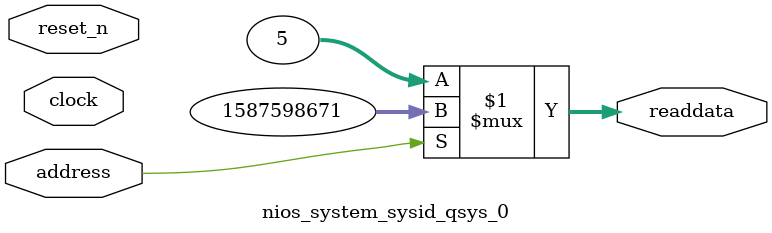
<source format=v>



// synthesis translate_off
`timescale 1ns / 1ps
// synthesis translate_on

// turn off superfluous verilog processor warnings 
// altera message_level Level1 
// altera message_off 10034 10035 10036 10037 10230 10240 10030 

module nios_system_sysid_qsys_0 (
               // inputs:
                address,
                clock,
                reset_n,

               // outputs:
                readdata
             )
;

  output  [ 31: 0] readdata;
  input            address;
  input            clock;
  input            reset_n;

  wire    [ 31: 0] readdata;
  //control_slave, which is an e_avalon_slave
  assign readdata = address ? 1587598671 : 5;

endmodule



</source>
